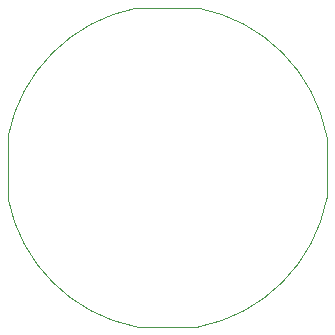
<source format=gm1>
G04*
G04 #@! TF.GenerationSoftware,Altium Limited,Altium Designer,22.3.1 (43)*
G04*
G04 Layer_Color=16711935*
%FSLAX43Y43*%
%MOMM*%
G71*
G04*
G04 #@! TF.SameCoordinates,F389CC65-E95C-4BCE-9A9B-47759D9C4056*
G04*
G04*
G04 #@! TF.FilePolarity,Positive*
G04*
G01*
G75*
%ADD42C,0.010*%
D42*
X-13500Y-2610D02*
G03*
X-2610Y-13500I13500J2610D01*
G01*
Y13500D02*
G03*
X-13500Y2610I2610J-13500D01*
G01*
X2610Y-13500D02*
G03*
X13500Y-2610I-2610J13500D01*
G01*
Y2610D02*
G03*
X2610Y13500I-13500J-2610D01*
G01*
X-2610D02*
X2610D01*
X-13500Y-2610D02*
Y2610D01*
X-2610Y-13500D02*
X2610D01*
X13500Y-2610D02*
Y2610D01*
M02*

</source>
